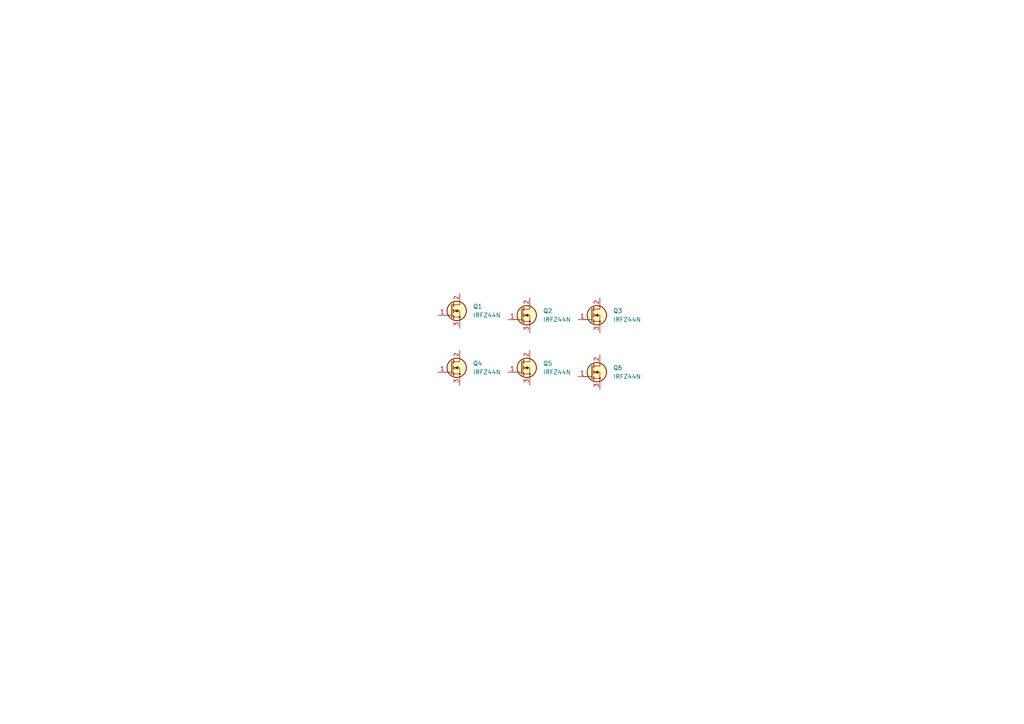
<source format=kicad_sch>
(kicad_sch (version 20231120) (generator "eeschema") (generator_version "8.0")
  (paper "A4")
  (lib_symbols
    (symbol "PCM_Transistor_MOSFET_AKL:IRFZ44N" (pin_names hide)
      (property "Reference" "Q" (at 5.08 1.27 0))
      (property "Value" "IRFZ44N" (at 5.08 -1.27 0))
      (symbol "IRFZ44N_0_1"
        (polyline (pts (xy 0.254 -1.27) (xy -2.54 -1.27)))
        (polyline (pts (xy 0.254 1.905) (xy 0.254 -1.905)) (stroke (width 0.254)))
        (polyline (pts (xy 0.762 -1.778) (xy 2.54 -1.778)))
        (polyline (pts (xy 0.762 -1.27) (xy 0.762 -2.286)) (stroke (width 0.254)))
        (polyline (pts (xy 0.762 0.508) (xy 0.762 -0.508)) (stroke (width 0.254)))
        (polyline (pts (xy 0.762 2.286) (xy 0.762 1.27)) (stroke (width 0.254)))
        (polyline (pts (xy 2.54 1.778) (xy 0.762 1.778)))
        (polyline (pts (xy 2.54 2.54) (xy 2.54 1.778)))
        (polyline (pts (xy 2.54 -2.54) (xy 2.54 0) (xy 0.762 0)))
        (polyline (pts (xy 1.016 0) (xy 2.032 0.381) (xy 2.032 -0.381) (xy 1.016 0)) (fill (type outline)))
        (circle (center 1.651 0) (radius 2.794) (stroke (width 0.254)) (fill (type background)))
        (circle (center 2.54 -1.778) (radius 0.1778) (fill (type outline)))
      )
      (symbol "IRFZ44N_1_1"
        (pin input line (at -3.81 -1.27 0) (length 2.54) (name "G") (number "1"))
        (pin passive line (at 2.54 5.08 270) (length 2.54) (name "D") (number "2"))
        (pin passive line (at 2.54 -5.08 90) (length 2.54) (name "S") (number "3"))
      )
    )
  )
  (symbol (lib_id "PCM_Transistor_MOSFET_AKL:IRFZ44N") (at 171.45 107.95 0) (unit 1)
    (property "Reference" "Q6" (at 177.8 106.6799 0) (effects (justify left)))
    (property "Value" "IRFZ44N" (at 177.8 109.2199 0) (effects (justify left)))
    (property "Footprint" "PCM_Package_TO_SOT_THT_AKL:TO-220-3_Vertical_GDS" (effects (hide yes)))
    (property "Datasheet" "https://www.tme.eu/Document/057c54506cb7c07cd36d9e96d4a41c5b/irfz44n.pdf" (effects (hide yes)))
    (property "Description" "TO-220 N-MOSFET enchancement mode transistor, 55V, 49A, 94W, Alternate KiCAD Library" (effects (hide yes)))
  )
  (symbol (lib_id "PCM_Transistor_MOSFET_AKL:IRFZ44N") (at 130.81 106.68 0) (unit 1)
    (property "Reference" "Q4" (at 137.16 105.4099 0) (effects (justify left)))
    (property "Value" "IRFZ44N" (at 137.16 107.9499 0) (effects (justify left)))
    (property "Footprint" "PCM_Package_TO_SOT_THT_AKL:TO-220-3_Vertical_GDS" (effects (hide yes)))
    (property "Datasheet" "https://www.tme.eu/Document/057c54506cb7c07cd36d9e96d4a41c5b/irfz44n.pdf" (effects (hide yes)))
    (property "Description" "TO-220 N-MOSFET enchancement mode transistor, 55V, 49A, 94W, Alternate KiCAD Library" (effects (hide yes)))
  )
  (symbol (lib_id "PCM_Transistor_MOSFET_AKL:IRFZ44N") (at 151.13 106.68 0) (unit 1)
    (property "Reference" "Q5" (at 157.48 105.4099 0) (effects (justify left)))
    (property "Value" "IRFZ44N" (at 157.48 107.9499 0) (effects (justify left)))
    (property "Footprint" "PCM_Package_TO_SOT_THT_AKL:TO-220-3_Vertical_GDS" (effects (hide yes)))
    (property "Datasheet" "https://www.tme.eu/Document/057c54506cb7c07cd36d9e96d4a41c5b/irfz44n.pdf" (effects (hide yes)))
    (property "Description" "TO-220 N-MOSFET enchancement mode transistor, 55V, 49A, 94W, Alternate KiCAD Library" (effects (hide yes)))
  )
  (symbol (lib_id "PCM_Transistor_MOSFET_AKL:IRFZ44N") (at 130.81 90.17 0) (unit 1)
    (property "Reference" "Q1" (at 137.16 88.8999 0) (effects (justify left)))
    (property "Value" "IRFZ44N" (at 137.16 91.4399 0) (effects (justify left)))
    (property "Footprint" "PCM_Package_TO_SOT_THT_AKL:TO-220-3_Vertical_GDS" (effects (hide yes)))
    (property "Datasheet" "https://www.tme.eu/Document/057c54506cb7c07cd36d9e96d4a41c5b/irfz44n.pdf" (effects (hide yes)))
    (property "Description" "TO-220 N-MOSFET enchancement mode transistor, 55V, 49A, 94W, Alternate KiCAD Library" (effects (hide yes)))
  )
  (symbol (lib_id "PCM_Transistor_MOSFET_AKL:IRFZ44N") (at 151.13 91.44 0) (unit 1)
    (property "Reference" "Q2" (at 157.48 90.1699 0) (effects (justify left)))
    (property "Value" "IRFZ44N" (at 157.48 92.7099 0) (effects (justify left)))
    (property "Footprint" "PCM_Package_TO_SOT_THT_AKL:TO-220-3_Vertical_GDS" (effects (hide yes)))
    (property "Datasheet" "https://www.tme.eu/Document/057c54506cb7c07cd36d9e96d4a41c5b/irfz44n.pdf" (effects (hide yes)))
    (property "Description" "TO-220 N-MOSFET enchancement mode transistor, 55V, 49A, 94W, Alternate KiCAD Library" (effects (hide yes)))
  )
  (symbol (lib_id "PCM_Transistor_MOSFET_AKL:IRFZ44N") (at 171.45 91.44 0) (unit 1)
    (property "Reference" "Q3" (at 177.8 90.1699 0) (effects (justify left)))
    (property "Value" "IRFZ44N" (at 177.8 92.7099 0) (effects (justify left)))
    (property "Footprint" "PCM_Package_TO_SOT_THT_AKL:TO-220-3_Vertical_GDS" (effects (hide yes)))
    (property "Datasheet" "https://www.tme.eu/Document/057c54506cb7c07cd36d9e96d4a41c5b/irfz44n.pdf" (effects (hide yes)))
    (property "Description" "TO-220 N-MOSFET enchancement mode transistor, 55V, 49A, 94W, Alternate KiCAD Library" (effects (hide yes)))
  )
)
</source>
